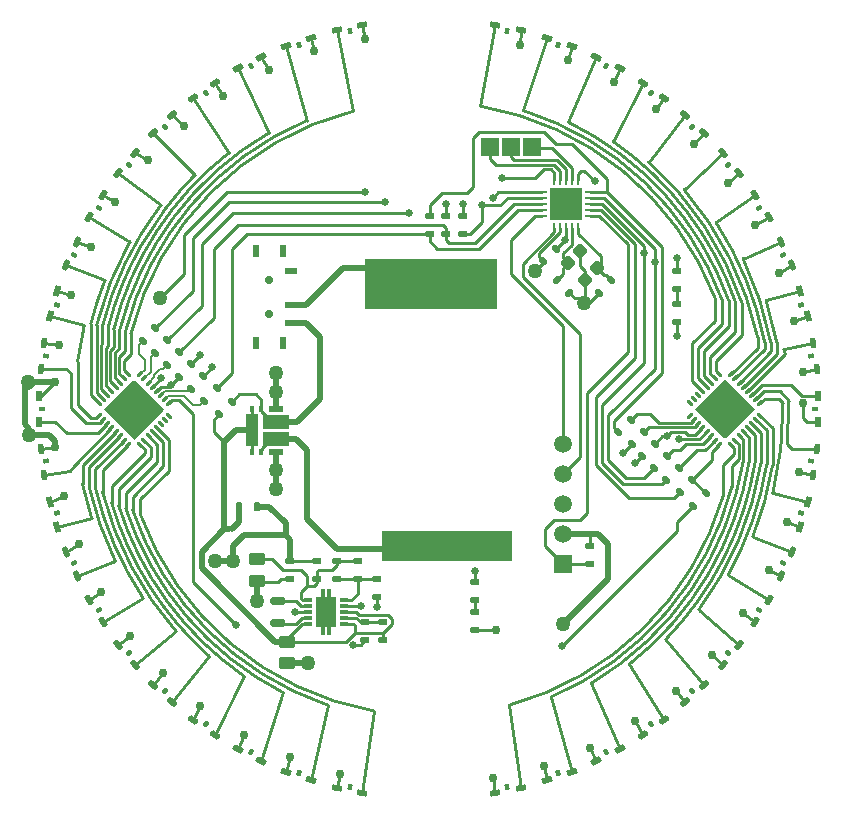
<source format=gtl>
%FSLAX24Y24*%
%MOIN*%
G70*
G01*
G75*
G04 Layer_Physical_Order=1*
G04 Layer_Color=255*
%ADD10C,0.0100*%
%ADD11R,0.0197X0.0433*%
%ADD12R,0.0433X0.0197*%
G04:AMPARAMS|DCode=13|XSize=30mil|YSize=22mil|CornerRadius=5.5mil|HoleSize=0mil|Usage=FLASHONLY|Rotation=180.000|XOffset=0mil|YOffset=0mil|HoleType=Round|Shape=RoundedRectangle|*
%AMROUNDEDRECTD13*
21,1,0.0300,0.0110,0,0,180.0*
21,1,0.0190,0.0220,0,0,180.0*
1,1,0.0110,-0.0095,0.0055*
1,1,0.0110,0.0095,0.0055*
1,1,0.0110,0.0095,-0.0055*
1,1,0.0110,-0.0095,-0.0055*
%
%ADD13ROUNDEDRECTD13*%
G04:AMPARAMS|DCode=14|XSize=55.1mil|YSize=39.4mil|CornerRadius=4.9mil|HoleSize=0mil|Usage=FLASHONLY|Rotation=180.000|XOffset=0mil|YOffset=0mil|HoleType=Round|Shape=RoundedRectangle|*
%AMROUNDEDRECTD14*
21,1,0.0551,0.0295,0,0,180.0*
21,1,0.0453,0.0394,0,0,180.0*
1,1,0.0098,-0.0226,0.0148*
1,1,0.0098,0.0226,0.0148*
1,1,0.0098,0.0226,-0.0148*
1,1,0.0098,-0.0226,-0.0148*
%
%ADD14ROUNDEDRECTD14*%
G04:AMPARAMS|DCode=15|XSize=50mil|YSize=24mil|CornerRadius=6mil|HoleSize=0mil|Usage=FLASHONLY|Rotation=180.000|XOffset=0mil|YOffset=0mil|HoleType=Round|Shape=RoundedRectangle|*
%AMROUNDEDRECTD15*
21,1,0.0500,0.0120,0,0,180.0*
21,1,0.0380,0.0240,0,0,180.0*
1,1,0.0120,-0.0190,0.0060*
1,1,0.0120,0.0190,0.0060*
1,1,0.0120,0.0190,-0.0060*
1,1,0.0120,-0.0190,-0.0060*
%
%ADD15ROUNDEDRECTD15*%
G04:AMPARAMS|DCode=16|XSize=30mil|YSize=22mil|CornerRadius=5.5mil|HoleSize=0mil|Usage=FLASHONLY|Rotation=135.000|XOffset=0mil|YOffset=0mil|HoleType=Round|Shape=RoundedRectangle|*
%AMROUNDEDRECTD16*
21,1,0.0300,0.0110,0,0,135.0*
21,1,0.0190,0.0220,0,0,135.0*
1,1,0.0110,-0.0028,0.0106*
1,1,0.0110,0.0106,-0.0028*
1,1,0.0110,0.0028,-0.0106*
1,1,0.0110,-0.0106,0.0028*
%
%ADD16ROUNDEDRECTD16*%
%ADD17R,0.1102X0.1102*%
%ADD18O,0.0098X0.0354*%
%ADD19O,0.0354X0.0098*%
G04:AMPARAMS|DCode=20|XSize=40mil|YSize=40mil|CornerRadius=10mil|HoleSize=0mil|Usage=FLASHONLY|Rotation=135.000|XOffset=0mil|YOffset=0mil|HoleType=Round|Shape=RoundedRectangle|*
%AMROUNDEDRECTD20*
21,1,0.0400,0.0200,0,0,135.0*
21,1,0.0200,0.0400,0,0,135.0*
1,1,0.0200,0.0000,0.0141*
1,1,0.0200,0.0141,0.0000*
1,1,0.0200,0.0000,-0.0141*
1,1,0.0200,-0.0141,0.0000*
%
%ADD20ROUNDEDRECTD20*%
%ADD21P,0.1893X4X180.0*%
G04:AMPARAMS|DCode=22|XSize=9.8mil|YSize=29.5mil|CornerRadius=0mil|HoleSize=0mil|Usage=FLASHONLY|Rotation=135.000|XOffset=0mil|YOffset=0mil|HoleType=Round|Shape=Round|*
%AMOVALD22*
21,1,0.0197,0.0098,0.0000,0.0000,225.0*
1,1,0.0098,0.0070,0.0070*
1,1,0.0098,-0.0070,-0.0070*
%
%ADD22OVALD22*%

G04:AMPARAMS|DCode=23|XSize=9.8mil|YSize=29.5mil|CornerRadius=0mil|HoleSize=0mil|Usage=FLASHONLY|Rotation=225.000|XOffset=0mil|YOffset=0mil|HoleType=Round|Shape=Round|*
%AMOVALD23*
21,1,0.0197,0.0098,0.0000,0.0000,315.0*
1,1,0.0098,-0.0070,0.0070*
1,1,0.0098,0.0070,-0.0070*
%
%ADD23OVALD23*%

G04:AMPARAMS|DCode=24|XSize=35.4mil|YSize=19.7mil|CornerRadius=2.5mil|HoleSize=0mil|Usage=FLASHONLY|Rotation=170.000|XOffset=0mil|YOffset=0mil|HoleType=Round|Shape=RoundedRectangle|*
%AMROUNDEDRECTD24*
21,1,0.0354,0.0148,0,0,170.0*
21,1,0.0305,0.0197,0,0,170.0*
1,1,0.0049,-0.0137,0.0099*
1,1,0.0049,0.0163,0.0046*
1,1,0.0049,0.0137,-0.0099*
1,1,0.0049,-0.0163,-0.0046*
%
%ADD24ROUNDEDRECTD24*%
G04:AMPARAMS|DCode=25|XSize=15.7mil|YSize=19.7mil|CornerRadius=2mil|HoleSize=0mil|Usage=FLASHONLY|Rotation=170.000|XOffset=0mil|YOffset=0mil|HoleType=Round|Shape=RoundedRectangle|*
%AMROUNDEDRECTD25*
21,1,0.0157,0.0157,0,0,170.0*
21,1,0.0118,0.0197,0,0,170.0*
1,1,0.0039,-0.0044,0.0088*
1,1,0.0039,0.0072,0.0067*
1,1,0.0039,0.0044,-0.0088*
1,1,0.0039,-0.0072,-0.0067*
%
%ADD25ROUNDEDRECTD25*%
G04:AMPARAMS|DCode=26|XSize=35.4mil|YSize=19.7mil|CornerRadius=2.5mil|HoleSize=0mil|Usage=FLASHONLY|Rotation=162.000|XOffset=0mil|YOffset=0mil|HoleType=Round|Shape=RoundedRectangle|*
%AMROUNDEDRECTD26*
21,1,0.0354,0.0148,0,0,162.0*
21,1,0.0305,0.0197,0,0,162.0*
1,1,0.0049,-0.0122,0.0117*
1,1,0.0049,0.0168,0.0023*
1,1,0.0049,0.0122,-0.0117*
1,1,0.0049,-0.0168,-0.0023*
%
%ADD26ROUNDEDRECTD26*%
G04:AMPARAMS|DCode=27|XSize=15.7mil|YSize=19.7mil|CornerRadius=2mil|HoleSize=0mil|Usage=FLASHONLY|Rotation=162.000|XOffset=0mil|YOffset=0mil|HoleType=Round|Shape=RoundedRectangle|*
%AMROUNDEDRECTD27*
21,1,0.0157,0.0157,0,0,162.0*
21,1,0.0118,0.0197,0,0,162.0*
1,1,0.0039,-0.0032,0.0093*
1,1,0.0039,0.0081,0.0057*
1,1,0.0039,0.0032,-0.0093*
1,1,0.0039,-0.0081,-0.0057*
%
%ADD27ROUNDEDRECTD27*%
G04:AMPARAMS|DCode=28|XSize=35.4mil|YSize=19.7mil|CornerRadius=2.5mil|HoleSize=0mil|Usage=FLASHONLY|Rotation=154.000|XOffset=0mil|YOffset=0mil|HoleType=Round|Shape=RoundedRectangle|*
%AMROUNDEDRECTD28*
21,1,0.0354,0.0148,0,0,154.0*
21,1,0.0305,0.0197,0,0,154.0*
1,1,0.0049,-0.0105,0.0133*
1,1,0.0049,0.0169,-0.0001*
1,1,0.0049,0.0105,-0.0133*
1,1,0.0049,-0.0169,0.0001*
%
%ADD28ROUNDEDRECTD28*%
G04:AMPARAMS|DCode=29|XSize=15.7mil|YSize=19.7mil|CornerRadius=2mil|HoleSize=0mil|Usage=FLASHONLY|Rotation=154.000|XOffset=0mil|YOffset=0mil|HoleType=Round|Shape=RoundedRectangle|*
%AMROUNDEDRECTD29*
21,1,0.0157,0.0157,0,0,154.0*
21,1,0.0118,0.0197,0,0,154.0*
1,1,0.0039,-0.0019,0.0097*
1,1,0.0039,0.0088,0.0045*
1,1,0.0039,0.0019,-0.0097*
1,1,0.0039,-0.0088,-0.0045*
%
%ADD29ROUNDEDRECTD29*%
G04:AMPARAMS|DCode=30|XSize=35.4mil|YSize=19.7mil|CornerRadius=2.5mil|HoleSize=0mil|Usage=FLASHONLY|Rotation=146.000|XOffset=0mil|YOffset=0mil|HoleType=Round|Shape=RoundedRectangle|*
%AMROUNDEDRECTD30*
21,1,0.0354,0.0148,0,0,146.0*
21,1,0.0305,0.0197,0,0,146.0*
1,1,0.0049,-0.0085,0.0147*
1,1,0.0049,0.0168,-0.0024*
1,1,0.0049,0.0085,-0.0147*
1,1,0.0049,-0.0168,0.0024*
%
%ADD30ROUNDEDRECTD30*%
G04:AMPARAMS|DCode=31|XSize=15.7mil|YSize=19.7mil|CornerRadius=2mil|HoleSize=0mil|Usage=FLASHONLY|Rotation=146.000|XOffset=0mil|YOffset=0mil|HoleType=Round|Shape=RoundedRectangle|*
%AMROUNDEDRECTD31*
21,1,0.0157,0.0157,0,0,146.0*
21,1,0.0118,0.0197,0,0,146.0*
1,1,0.0039,-0.0005,0.0098*
1,1,0.0039,0.0093,0.0032*
1,1,0.0039,0.0005,-0.0098*
1,1,0.0039,-0.0093,-0.0032*
%
%ADD31ROUNDEDRECTD31*%
G04:AMPARAMS|DCode=32|XSize=35.4mil|YSize=19.7mil|CornerRadius=2.5mil|HoleSize=0mil|Usage=FLASHONLY|Rotation=138.000|XOffset=0mil|YOffset=0mil|HoleType=Round|Shape=RoundedRectangle|*
%AMROUNDEDRECTD32*
21,1,0.0354,0.0148,0,0,138.0*
21,1,0.0305,0.0197,0,0,138.0*
1,1,0.0049,-0.0064,0.0157*
1,1,0.0049,0.0163,-0.0047*
1,1,0.0049,0.0064,-0.0157*
1,1,0.0049,-0.0163,0.0047*
%
%ADD32ROUNDEDRECTD32*%
G04:AMPARAMS|DCode=33|XSize=15.7mil|YSize=19.7mil|CornerRadius=2mil|HoleSize=0mil|Usage=FLASHONLY|Rotation=138.000|XOffset=0mil|YOffset=0mil|HoleType=Round|Shape=RoundedRectangle|*
%AMROUNDEDRECTD33*
21,1,0.0157,0.0157,0,0,138.0*
21,1,0.0118,0.0197,0,0,138.0*
1,1,0.0039,0.0009,0.0098*
1,1,0.0039,0.0097,0.0019*
1,1,0.0039,-0.0009,-0.0098*
1,1,0.0039,-0.0097,-0.0019*
%
%ADD33ROUNDEDRECTD33*%
G04:AMPARAMS|DCode=34|XSize=35.4mil|YSize=19.7mil|CornerRadius=2.5mil|HoleSize=0mil|Usage=FLASHONLY|Rotation=130.000|XOffset=0mil|YOffset=0mil|HoleType=Round|Shape=RoundedRectangle|*
%AMROUNDEDRECTD34*
21,1,0.0354,0.0148,0,0,130.0*
21,1,0.0305,0.0197,0,0,130.0*
1,1,0.0049,-0.0042,0.0164*
1,1,0.0049,0.0155,-0.0069*
1,1,0.0049,0.0042,-0.0164*
1,1,0.0049,-0.0155,0.0069*
%
%ADD34ROUNDEDRECTD34*%
G04:AMPARAMS|DCode=35|XSize=15.7mil|YSize=19.7mil|CornerRadius=2mil|HoleSize=0mil|Usage=FLASHONLY|Rotation=130.000|XOffset=0mil|YOffset=0mil|HoleType=Round|Shape=RoundedRectangle|*
%AMROUNDEDRECTD35*
21,1,0.0157,0.0157,0,0,130.0*
21,1,0.0118,0.0197,0,0,130.0*
1,1,0.0039,0.0022,0.0096*
1,1,0.0039,0.0098,0.0005*
1,1,0.0039,-0.0022,-0.0096*
1,1,0.0039,-0.0098,-0.0005*
%
%ADD35ROUNDEDRECTD35*%
G04:AMPARAMS|DCode=36|XSize=35.4mil|YSize=19.7mil|CornerRadius=2.5mil|HoleSize=0mil|Usage=FLASHONLY|Rotation=122.000|XOffset=0mil|YOffset=0mil|HoleType=Round|Shape=RoundedRectangle|*
%AMROUNDEDRECTD36*
21,1,0.0354,0.0148,0,0,122.0*
21,1,0.0305,0.0197,0,0,122.0*
1,1,0.0049,-0.0018,0.0169*
1,1,0.0049,0.0143,-0.0090*
1,1,0.0049,0.0018,-0.0169*
1,1,0.0049,-0.0143,0.0090*
%
%ADD36ROUNDEDRECTD36*%
G04:AMPARAMS|DCode=37|XSize=15.7mil|YSize=19.7mil|CornerRadius=2mil|HoleSize=0mil|Usage=FLASHONLY|Rotation=122.000|XOffset=0mil|YOffset=0mil|HoleType=Round|Shape=RoundedRectangle|*
%AMROUNDEDRECTD37*
21,1,0.0157,0.0157,0,0,122.0*
21,1,0.0118,0.0197,0,0,122.0*
1,1,0.0039,0.0035,0.0092*
1,1,0.0039,0.0098,-0.0008*
1,1,0.0039,-0.0035,-0.0092*
1,1,0.0039,-0.0098,0.0008*
%
%ADD37ROUNDEDRECTD37*%
G04:AMPARAMS|DCode=38|XSize=35.4mil|YSize=19.7mil|CornerRadius=2.5mil|HoleSize=0mil|Usage=FLASHONLY|Rotation=114.000|XOffset=0mil|YOffset=0mil|HoleType=Round|Shape=RoundedRectangle|*
%AMROUNDEDRECTD38*
21,1,0.0354,0.0148,0,0,114.0*
21,1,0.0305,0.0197,0,0,114.0*
1,1,0.0049,0.0005,0.0169*
1,1,0.0049,0.0129,-0.0109*
1,1,0.0049,-0.0005,-0.0169*
1,1,0.0049,-0.0129,0.0109*
%
%ADD38ROUNDEDRECTD38*%
G04:AMPARAMS|DCode=39|XSize=15.7mil|YSize=19.7mil|CornerRadius=2mil|HoleSize=0mil|Usage=FLASHONLY|Rotation=114.000|XOffset=0mil|YOffset=0mil|HoleType=Round|Shape=RoundedRectangle|*
%AMROUNDEDRECTD39*
21,1,0.0157,0.0157,0,0,114.0*
21,1,0.0118,0.0197,0,0,114.0*
1,1,0.0039,0.0048,0.0086*
1,1,0.0039,0.0096,-0.0022*
1,1,0.0039,-0.0048,-0.0086*
1,1,0.0039,-0.0096,0.0022*
%
%ADD39ROUNDEDRECTD39*%
G04:AMPARAMS|DCode=40|XSize=35.4mil|YSize=19.7mil|CornerRadius=2.5mil|HoleSize=0mil|Usage=FLASHONLY|Rotation=106.000|XOffset=0mil|YOffset=0mil|HoleType=Round|Shape=RoundedRectangle|*
%AMROUNDEDRECTD40*
21,1,0.0354,0.0148,0,0,106.0*
21,1,0.0305,0.0197,0,0,106.0*
1,1,0.0049,0.0029,0.0167*
1,1,0.0049,0.0113,-0.0126*
1,1,0.0049,-0.0029,-0.0167*
1,1,0.0049,-0.0113,0.0126*
%
%ADD40ROUNDEDRECTD40*%
G04:AMPARAMS|DCode=41|XSize=15.7mil|YSize=19.7mil|CornerRadius=2mil|HoleSize=0mil|Usage=FLASHONLY|Rotation=106.000|XOffset=0mil|YOffset=0mil|HoleType=Round|Shape=RoundedRectangle|*
%AMROUNDEDRECTD41*
21,1,0.0157,0.0157,0,0,106.0*
21,1,0.0118,0.0197,0,0,106.0*
1,1,0.0039,0.0059,0.0078*
1,1,0.0039,0.0092,-0.0035*
1,1,0.0039,-0.0059,-0.0078*
1,1,0.0039,-0.0092,0.0035*
%
%ADD41ROUNDEDRECTD41*%
G04:AMPARAMS|DCode=42|XSize=35.4mil|YSize=19.7mil|CornerRadius=2.5mil|HoleSize=0mil|Usage=FLASHONLY|Rotation=98.000|XOffset=0mil|YOffset=0mil|HoleType=Round|Shape=RoundedRectangle|*
%AMROUNDEDRECTD42*
21,1,0.0354,0.0148,0,0,98.0*
21,1,0.0305,0.0197,0,0,98.0*
1,1,0.0049,0.0052,0.0161*
1,1,0.0049,0.0094,-0.0141*
1,1,0.0049,-0.0052,-0.0161*
1,1,0.0049,-0.0094,0.0141*
%
%ADD42ROUNDEDRECTD42*%
G04:AMPARAMS|DCode=43|XSize=15.7mil|YSize=19.7mil|CornerRadius=2mil|HoleSize=0mil|Usage=FLASHONLY|Rotation=98.000|XOffset=0mil|YOffset=0mil|HoleType=Round|Shape=RoundedRectangle|*
%AMROUNDEDRECTD43*
21,1,0.0157,0.0157,0,0,98.0*
21,1,0.0118,0.0197,0,0,98.0*
1,1,0.0039,0.0070,0.0069*
1,1,0.0039,0.0086,-0.0048*
1,1,0.0039,-0.0070,-0.0069*
1,1,0.0039,-0.0086,0.0048*
%
%ADD43ROUNDEDRECTD43*%
G04:AMPARAMS|DCode=44|XSize=35.4mil|YSize=19.7mil|CornerRadius=2.5mil|HoleSize=0mil|Usage=FLASHONLY|Rotation=10.000|XOffset=0mil|YOffset=0mil|HoleType=Round|Shape=RoundedRectangle|*
%AMROUNDEDRECTD44*
21,1,0.0354,0.0148,0,0,10.0*
21,1,0.0305,0.0197,0,0,10.0*
1,1,0.0049,0.0163,-0.0046*
1,1,0.0049,-0.0137,-0.0099*
1,1,0.0049,-0.0163,0.0046*
1,1,0.0049,0.0137,0.0099*
%
%ADD44ROUNDEDRECTD44*%
G04:AMPARAMS|DCode=45|XSize=15.7mil|YSize=19.7mil|CornerRadius=2mil|HoleSize=0mil|Usage=FLASHONLY|Rotation=10.000|XOffset=0mil|YOffset=0mil|HoleType=Round|Shape=RoundedRectangle|*
%AMROUNDEDRECTD45*
21,1,0.0157,0.0157,0,0,10.0*
21,1,0.0118,0.0197,0,0,10.0*
1,1,0.0039,0.0072,-0.0067*
1,1,0.0039,-0.0044,-0.0088*
1,1,0.0039,-0.0072,0.0067*
1,1,0.0039,0.0044,0.0088*
%
%ADD45ROUNDEDRECTD45*%
G04:AMPARAMS|DCode=46|XSize=35.4mil|YSize=19.7mil|CornerRadius=2.5mil|HoleSize=0mil|Usage=FLASHONLY|Rotation=18.000|XOffset=0mil|YOffset=0mil|HoleType=Round|Shape=RoundedRectangle|*
%AMROUNDEDRECTD46*
21,1,0.0354,0.0148,0,0,18.0*
21,1,0.0305,0.0197,0,0,18.0*
1,1,0.0049,0.0168,-0.0023*
1,1,0.0049,-0.0122,-0.0117*
1,1,0.0049,-0.0168,0.0023*
1,1,0.0049,0.0122,0.0117*
%
%ADD46ROUNDEDRECTD46*%
G04:AMPARAMS|DCode=47|XSize=15.7mil|YSize=19.7mil|CornerRadius=2mil|HoleSize=0mil|Usage=FLASHONLY|Rotation=18.000|XOffset=0mil|YOffset=0mil|HoleType=Round|Shape=RoundedRectangle|*
%AMROUNDEDRECTD47*
21,1,0.0157,0.0157,0,0,18.0*
21,1,0.0118,0.0197,0,0,18.0*
1,1,0.0039,0.0081,-0.0057*
1,1,0.0039,-0.0032,-0.0093*
1,1,0.0039,-0.0081,0.0057*
1,1,0.0039,0.0032,0.0093*
%
%ADD47ROUNDEDRECTD47*%
G04:AMPARAMS|DCode=48|XSize=35.4mil|YSize=19.7mil|CornerRadius=2.5mil|HoleSize=0mil|Usage=FLASHONLY|Rotation=26.000|XOffset=0mil|YOffset=0mil|HoleType=Round|Shape=RoundedRectangle|*
%AMROUNDEDRECTD48*
21,1,0.0354,0.0148,0,0,26.0*
21,1,0.0305,0.0197,0,0,26.0*
1,1,0.0049,0.0169,0.0001*
1,1,0.0049,-0.0105,-0.0133*
1,1,0.0049,-0.0169,-0.0001*
1,1,0.0049,0.0105,0.0133*
%
%ADD48ROUNDEDRECTD48*%
G04:AMPARAMS|DCode=49|XSize=15.7mil|YSize=19.7mil|CornerRadius=2mil|HoleSize=0mil|Usage=FLASHONLY|Rotation=26.000|XOffset=0mil|YOffset=0mil|HoleType=Round|Shape=RoundedRectangle|*
%AMROUNDEDRECTD49*
21,1,0.0157,0.0157,0,0,26.0*
21,1,0.0118,0.0197,0,0,26.0*
1,1,0.0039,0.0088,-0.0045*
1,1,0.0039,-0.0019,-0.0097*
1,1,0.0039,-0.0088,0.0045*
1,1,0.0039,0.0019,0.0097*
%
%ADD49ROUNDEDRECTD49*%
G04:AMPARAMS|DCode=50|XSize=35.4mil|YSize=19.7mil|CornerRadius=2.5mil|HoleSize=0mil|Usage=FLASHONLY|Rotation=34.000|XOffset=0mil|YOffset=0mil|HoleType=Round|Shape=RoundedRectangle|*
%AMROUNDEDRECTD50*
21,1,0.0354,0.0148,0,0,34.0*
21,1,0.0305,0.0197,0,0,34.0*
1,1,0.0049,0.0168,0.0024*
1,1,0.0049,-0.0085,-0.0147*
1,1,0.0049,-0.0168,-0.0024*
1,1,0.0049,0.0085,0.0147*
%
%ADD50ROUNDEDRECTD50*%
G04:AMPARAMS|DCode=51|XSize=15.7mil|YSize=19.7mil|CornerRadius=2mil|HoleSize=0mil|Usage=FLASHONLY|Rotation=34.000|XOffset=0mil|YOffset=0mil|HoleType=Round|Shape=RoundedRectangle|*
%AMROUNDEDRECTD51*
21,1,0.0157,0.0157,0,0,34.0*
21,1,0.0118,0.0197,0,0,34.0*
1,1,0.0039,0.0093,-0.0032*
1,1,0.0039,-0.0005,-0.0098*
1,1,0.0039,-0.0093,0.0032*
1,1,0.0039,0.0005,0.0098*
%
%ADD51ROUNDEDRECTD51*%
G04:AMPARAMS|DCode=52|XSize=35.4mil|YSize=19.7mil|CornerRadius=2.5mil|HoleSize=0mil|Usage=FLASHONLY|Rotation=42.000|XOffset=0mil|YOffset=0mil|HoleType=Round|Shape=RoundedRectangle|*
%AMROUNDEDRECTD52*
21,1,0.0354,0.0148,0,0,42.0*
21,1,0.0305,0.0197,0,0,42.0*
1,1,0.0049,0.0163,0.0047*
1,1,0.0049,-0.0064,-0.0157*
1,1,0.0049,-0.0163,-0.0047*
1,1,0.0049,0.0064,0.0157*
%
%ADD52ROUNDEDRECTD52*%
G04:AMPARAMS|DCode=53|XSize=15.7mil|YSize=19.7mil|CornerRadius=2mil|HoleSize=0mil|Usage=FLASHONLY|Rotation=42.000|XOffset=0mil|YOffset=0mil|HoleType=Round|Shape=RoundedRectangle|*
%AMROUNDEDRECTD53*
21,1,0.0157,0.0157,0,0,42.0*
21,1,0.0118,0.0197,0,0,42.0*
1,1,0.0039,0.0097,-0.0019*
1,1,0.0039,0.0009,-0.0098*
1,1,0.0039,-0.0097,0.0019*
1,1,0.0039,-0.0009,0.0098*
%
%ADD53ROUNDEDRECTD53*%
G04:AMPARAMS|DCode=54|XSize=35.4mil|YSize=19.7mil|CornerRadius=2.5mil|HoleSize=0mil|Usage=FLASHONLY|Rotation=50.000|XOffset=0mil|YOffset=0mil|HoleType=Round|Shape=RoundedRectangle|*
%AMROUNDEDRECTD54*
21,1,0.0354,0.0148,0,0,50.0*
21,1,0.0305,0.0197,0,0,50.0*
1,1,0.0049,0.0155,0.0069*
1,1,0.0049,-0.0042,-0.0164*
1,1,0.0049,-0.0155,-0.0069*
1,1,0.0049,0.0042,0.0164*
%
%ADD54ROUNDEDRECTD54*%
G04:AMPARAMS|DCode=55|XSize=15.7mil|YSize=19.7mil|CornerRadius=2mil|HoleSize=0mil|Usage=FLASHONLY|Rotation=50.000|XOffset=0mil|YOffset=0mil|HoleType=Round|Shape=RoundedRectangle|*
%AMROUNDEDRECTD55*
21,1,0.0157,0.0157,0,0,50.0*
21,1,0.0118,0.0197,0,0,50.0*
1,1,0.0039,0.0098,-0.0005*
1,1,0.0039,0.0022,-0.0096*
1,1,0.0039,-0.0098,0.0005*
1,1,0.0039,-0.0022,0.0096*
%
%ADD55ROUNDEDRECTD55*%
G04:AMPARAMS|DCode=56|XSize=35.4mil|YSize=19.7mil|CornerRadius=2.5mil|HoleSize=0mil|Usage=FLASHONLY|Rotation=58.000|XOffset=0mil|YOffset=0mil|HoleType=Round|Shape=RoundedRectangle|*
%AMROUNDEDRECTD56*
21,1,0.0354,0.0148,0,0,58.0*
21,1,0.0305,0.0197,0,0,58.0*
1,1,0.0049,0.0143,0.0090*
1,1,0.0049,-0.0018,-0.0169*
1,1,0.0049,-0.0143,-0.0090*
1,1,0.0049,0.0018,0.0169*
%
%ADD56ROUNDEDRECTD56*%
G04:AMPARAMS|DCode=57|XSize=15.7mil|YSize=19.7mil|CornerRadius=2mil|HoleSize=0mil|Usage=FLASHONLY|Rotation=58.000|XOffset=0mil|YOffset=0mil|HoleType=Round|Shape=RoundedRectangle|*
%AMROUNDEDRECTD57*
21,1,0.0157,0.0157,0,0,58.0*
21,1,0.0118,0.0197,0,0,58.0*
1,1,0.0039,0.0098,0.0008*
1,1,0.0039,0.0035,-0.0092*
1,1,0.0039,-0.0098,-0.0008*
1,1,0.0039,-0.0035,0.0092*
%
%ADD57ROUNDEDRECTD57*%
G04:AMPARAMS|DCode=58|XSize=35.4mil|YSize=19.7mil|CornerRadius=2.5mil|HoleSize=0mil|Usage=FLASHONLY|Rotation=66.000|XOffset=0mil|YOffset=0mil|HoleType=Round|Shape=RoundedRectangle|*
%AMROUNDEDRECTD58*
21,1,0.0354,0.0148,0,0,66.0*
21,1,0.0305,0.0197,0,0,66.0*
1,1,0.0049,0.0129,0.0109*
1,1,0.0049,0.0005,-0.0169*
1,1,0.0049,-0.0129,-0.0109*
1,1,0.0049,-0.0005,0.0169*
%
%ADD58ROUNDEDRECTD58*%
G04:AMPARAMS|DCode=59|XSize=15.7mil|YSize=19.7mil|CornerRadius=2mil|HoleSize=0mil|Usage=FLASHONLY|Rotation=66.000|XOffset=0mil|YOffset=0mil|HoleType=Round|Shape=RoundedRectangle|*
%AMROUNDEDRECTD59*
21,1,0.0157,0.0157,0,0,66.0*
21,1,0.0118,0.0197,0,0,66.0*
1,1,0.0039,0.0096,0.0022*
1,1,0.0039,0.0048,-0.0086*
1,1,0.0039,-0.0096,-0.0022*
1,1,0.0039,-0.0048,0.0086*
%
%ADD59ROUNDEDRECTD59*%
G04:AMPARAMS|DCode=60|XSize=35.4mil|YSize=19.7mil|CornerRadius=2.5mil|HoleSize=0mil|Usage=FLASHONLY|Rotation=74.000|XOffset=0mil|YOffset=0mil|HoleType=Round|Shape=RoundedRectangle|*
%AMROUNDEDRECTD60*
21,1,0.0354,0.0148,0,0,74.0*
21,1,0.0305,0.0197,0,0,74.0*
1,1,0.0049,0.0113,0.0126*
1,1,0.0049,0.0029,-0.0167*
1,1,0.0049,-0.0113,-0.0126*
1,1,0.0049,-0.0029,0.0167*
%
%ADD60ROUNDEDRECTD60*%
G04:AMPARAMS|DCode=61|XSize=15.7mil|YSize=19.7mil|CornerRadius=2mil|HoleSize=0mil|Usage=FLASHONLY|Rotation=74.000|XOffset=0mil|YOffset=0mil|HoleType=Round|Shape=RoundedRectangle|*
%AMROUNDEDRECTD61*
21,1,0.0157,0.0157,0,0,74.0*
21,1,0.0118,0.0197,0,0,74.0*
1,1,0.0039,0.0092,0.0035*
1,1,0.0039,0.0059,-0.0078*
1,1,0.0039,-0.0092,-0.0035*
1,1,0.0039,-0.0059,0.0078*
%
%ADD61ROUNDEDRECTD61*%
G04:AMPARAMS|DCode=62|XSize=35.4mil|YSize=19.7mil|CornerRadius=2.5mil|HoleSize=0mil|Usage=FLASHONLY|Rotation=82.000|XOffset=0mil|YOffset=0mil|HoleType=Round|Shape=RoundedRectangle|*
%AMROUNDEDRECTD62*
21,1,0.0354,0.0148,0,0,82.0*
21,1,0.0305,0.0197,0,0,82.0*
1,1,0.0049,0.0094,0.0141*
1,1,0.0049,0.0052,-0.0161*
1,1,0.0049,-0.0094,-0.0141*
1,1,0.0049,-0.0052,0.0161*
%
%ADD62ROUNDEDRECTD62*%
G04:AMPARAMS|DCode=63|XSize=15.7mil|YSize=19.7mil|CornerRadius=2mil|HoleSize=0mil|Usage=FLASHONLY|Rotation=82.000|XOffset=0mil|YOffset=0mil|HoleType=Round|Shape=RoundedRectangle|*
%AMROUNDEDRECTD63*
21,1,0.0157,0.0157,0,0,82.0*
21,1,0.0118,0.0197,0,0,82.0*
1,1,0.0039,0.0086,0.0048*
1,1,0.0039,0.0070,-0.0069*
1,1,0.0039,-0.0086,-0.0048*
1,1,0.0039,-0.0070,0.0069*
%
%ADD63ROUNDEDRECTD63*%
G04:AMPARAMS|DCode=64|XSize=35.4mil|YSize=19.7mil|CornerRadius=2.5mil|HoleSize=0mil|Usage=FLASHONLY|Rotation=90.000|XOffset=0mil|YOffset=0mil|HoleType=Round|Shape=RoundedRectangle|*
%AMROUNDEDRECTD64*
21,1,0.0354,0.0148,0,0,90.0*
21,1,0.0305,0.0197,0,0,90.0*
1,1,0.0049,0.0074,0.0153*
1,1,0.0049,0.0074,-0.0153*
1,1,0.0049,-0.0074,-0.0153*
1,1,0.0049,-0.0074,0.0153*
%
%ADD64ROUNDEDRECTD64*%
G04:AMPARAMS|DCode=65|XSize=15.7mil|YSize=19.7mil|CornerRadius=2mil|HoleSize=0mil|Usage=FLASHONLY|Rotation=90.000|XOffset=0mil|YOffset=0mil|HoleType=Round|Shape=RoundedRectangle|*
%AMROUNDEDRECTD65*
21,1,0.0157,0.0157,0,0,90.0*
21,1,0.0118,0.0197,0,0,90.0*
1,1,0.0039,0.0079,0.0059*
1,1,0.0039,0.0079,-0.0059*
1,1,0.0039,-0.0079,-0.0059*
1,1,0.0039,-0.0079,0.0059*
%
%ADD65ROUNDEDRECTD65*%
%ADD66R,0.0886X0.0472*%
%ADD67R,0.0433X0.1063*%
%ADD68R,0.0138X0.0236*%
%ADD69R,0.0453X0.0236*%
G04:AMPARAMS|DCode=70|XSize=30mil|YSize=22mil|CornerRadius=5.5mil|HoleSize=0mil|Usage=FLASHONLY|Rotation=225.000|XOffset=0mil|YOffset=0mil|HoleType=Round|Shape=RoundedRectangle|*
%AMROUNDEDRECTD70*
21,1,0.0300,0.0110,0,0,225.0*
21,1,0.0190,0.0220,0,0,225.0*
1,1,0.0110,-0.0106,-0.0028*
1,1,0.0110,0.0028,0.0106*
1,1,0.0110,0.0106,0.0028*
1,1,0.0110,-0.0028,-0.0106*
%
%ADD70ROUNDEDRECTD70*%
%ADD71R,0.0256X0.0118*%
%ADD72R,0.0689X0.0984*%
%ADD73R,0.0118X0.0256*%
G04:AMPARAMS|DCode=74|XSize=30mil|YSize=22mil|CornerRadius=5.5mil|HoleSize=0mil|Usage=FLASHONLY|Rotation=270.000|XOffset=0mil|YOffset=0mil|HoleType=Round|Shape=RoundedRectangle|*
%AMROUNDEDRECTD74*
21,1,0.0300,0.0110,0,0,270.0*
21,1,0.0190,0.0220,0,0,270.0*
1,1,0.0110,-0.0055,-0.0095*
1,1,0.0110,-0.0055,0.0095*
1,1,0.0110,0.0055,0.0095*
1,1,0.0110,0.0055,-0.0095*
%
%ADD74ROUNDEDRECTD74*%
%ADD75C,0.0200*%
%ADD76C,0.0080*%
%ADD77R,0.4350X0.1000*%
%ADD78R,0.4400X0.1650*%
%ADD79C,0.0276*%
%ADD80R,0.0591X0.0591*%
%ADD81R,0.0591X0.0591*%
%ADD82C,0.0591*%
%ADD83C,0.0250*%
%ADD84C,0.0260*%
%ADD85C,0.0157*%
%ADD86C,0.0300*%
%ADD87C,0.0500*%
%ADD88C,0.0197*%
G36*
X50197Y39406D02*
X50252Y39350D01*
X49306Y38403D01*
X49306D01*
X49306D01*
X49194D01*
X48303Y39294D01*
X48248Y39350D01*
X48248Y39350D01*
X48303Y39406D01*
X49194Y40297D01*
X49250Y40352D01*
X50197Y39406D01*
D02*
G37*
G36*
X30497D02*
D01*
X30552Y39350D01*
X30552Y39350D01*
X30497Y39294D01*
D01*
X29606Y38403D01*
X29550Y38348D01*
X28603Y39294D01*
X28548Y39350D01*
X29494Y40297D01*
X29494D01*
X29494D01*
X29606D01*
X30497Y39406D01*
D02*
G37*
%LPC*%
G36*
X49250Y40241D02*
X48359Y39350D01*
X49250Y38459D01*
X50141Y39350D01*
X49250Y40241D01*
D02*
G37*
G36*
X29550Y40241D02*
X28659Y39350D01*
X29550Y38459D01*
X30441Y39350D01*
X29550Y40241D01*
D02*
G37*
%LPD*%
D10*
X36852Y49292D02*
G03*
X29443Y41865I2518J-9922D01*
G01*
X35308Y48980D02*
G03*
X29252Y41913I4062J-9610D01*
G01*
X34062Y48580D02*
G03*
X29061Y41961I5308J-9210D01*
G01*
X32701Y47899D02*
G03*
X28870Y42009I6669J-8529D01*
G01*
X31580Y47170D02*
G03*
X28679Y42057I7790J-7800D01*
G01*
X30437Y46160D02*
G03*
X28488Y42105I8933J-6790D01*
G01*
X29407Y44946D02*
G03*
X28297Y42153I9963J-5576D01*
G01*
X28577Y43659D02*
G03*
X28106Y42201I10793J-4289D01*
G01*
X27891Y42152D02*
G03*
X27665Y40948I11479J-2782D01*
G01*
X27830Y36856D02*
G03*
X28130Y35743I11540J2514D01*
G01*
X28055Y36751D02*
G03*
X28917Y34308I11315J2619D01*
G01*
X28257Y36752D02*
G03*
X29851Y33067I11113J2618D01*
G01*
X28497Y36599D02*
G03*
X30952Y31952I10873J2771D01*
G01*
X28797Y36249D02*
G03*
X32039Y31138I10573J3121D01*
G01*
X29035Y36145D02*
G03*
X33211Y30466I10335J3225D01*
G01*
X29270Y36056D02*
G03*
X34509Y29917I10100J3314D01*
G01*
X29497Y35999D02*
G03*
X35999Y29497I9873J3371D01*
G01*
X29751Y35869D02*
G03*
X37549Y29297I9619J3501D01*
G01*
X51321Y38198D02*
G03*
X51375Y39649I-11951J1172D01*
G01*
X50840Y36552D02*
G03*
X51180Y39550I-11470J2818D01*
G01*
X50175Y35110D02*
G03*
X50831Y37489I-10805J4260D01*
G01*
X49361Y33844D02*
G03*
X50637Y37521I-9991J5526D01*
G01*
X48378Y32680D02*
G03*
X50442Y37553I-9008J6691D01*
G01*
X47269Y31680D02*
G03*
X50248Y37585I-7899J7690D01*
G01*
X46050Y30850D02*
G03*
X50054Y37617I-6680J8520D01*
G01*
X44786Y30223D02*
G03*
X49860Y37649I-5416J9147D01*
G01*
X43444Y29765D02*
G03*
X49477Y36780I-4074J9605D01*
G01*
X42052Y29492D02*
G03*
X49183Y36455I-2682J9879D01*
G01*
X51230Y41247D02*
G03*
X51213Y41352I-11860J-1877D01*
G01*
X50331Y41767D02*
G03*
X47884Y46679I-10961J-2397D01*
G01*
X49827Y42859D02*
G03*
X46702Y47602I-10457J-3489D01*
G01*
X49585Y42959D02*
G03*
X45521Y48280I-10214J-3589D01*
G01*
X49366Y42988D02*
G03*
X44015Y48931I-9995J-3617D01*
G01*
X49151Y43000D02*
G03*
X42521Y49316I-9781J-3630D01*
G01*
X48915Y43067D02*
G03*
X41093Y49460I-9545J-3697D01*
G01*
X50970Y41594D02*
G03*
X50613Y42988I-11600J-2224D01*
G01*
X50769Y41594D02*
G03*
X49851Y44374I-11399J-2224D01*
G01*
X50567Y41603D02*
G03*
X48941Y45594I-11197J-2233D01*
G01*
X51321Y38198D02*
X51489Y38030D01*
X47650Y41800D02*
Y42250D01*
Y42850D02*
Y43350D01*
Y43950D02*
Y44400D01*
X45097Y46003D02*
X46250Y44850D01*
X44950Y37500D02*
X46050Y36400D01*
X47550D01*
X47738Y36588D01*
X45150Y46200D02*
X46550Y44800D01*
X45150Y37550D02*
X45850Y36850D01*
X47150D01*
X47288Y36988D01*
X44757Y46397D02*
X45203D01*
X45350Y37650D02*
X45950Y37050D01*
X46550D01*
X46888Y37388D01*
X47650Y35600D02*
X48188Y36138D01*
X45306Y46594D02*
Y47044D01*
X45157Y46594D02*
X45306D01*
X44757D02*
X45157D01*
X45550Y38950D02*
X47150Y40550D01*
X45550Y38726D02*
Y38950D01*
Y38726D02*
X45688Y38588D01*
X44400Y35650D02*
X44650Y35900D01*
X46912Y38212D02*
X47150Y38450D01*
X47300D01*
X47450Y38600D01*
X48162Y37012D02*
X48612Y36562D01*
X48162Y37012D02*
X48800Y37650D01*
Y37926D01*
X46112Y39012D02*
X46300Y39200D01*
X46750D01*
X47050Y38900D01*
X48104D01*
X48213Y39009D01*
X46562Y38612D02*
X46700Y38750D01*
X46874D01*
X47900Y38600D02*
X48000Y38500D01*
X47450Y38600D02*
X47900D01*
X48261Y38500D02*
X48491Y38731D01*
X48000Y38500D02*
X48261D01*
X48389Y38350D02*
X48631Y38591D01*
X47700Y38350D02*
X48389D01*
X47312Y37812D02*
X47500Y38000D01*
X47624D01*
X47750D01*
X47950Y38200D01*
X48518D01*
X46874Y38750D02*
X48232D01*
X48352Y38870D01*
X48518Y38200D02*
X48770Y38452D01*
X47712Y37412D02*
X48300Y38000D01*
X48596D01*
X48909Y38313D01*
X48800Y37926D02*
X49048Y38174D01*
X44958Y51095D02*
X45050Y51003D01*
X43309Y51746D02*
X43350Y51705D01*
X36300Y26725D02*
X36400Y27200D01*
X34607Y27262D02*
X34750Y27750D01*
X33004Y28024D02*
X33200Y28500D01*
X31519Y28998D02*
X31750Y29450D01*
X30181Y30165D02*
X30500Y30550D01*
X29014Y31503D02*
X29400Y31800D01*
X28040Y32987D02*
X28450Y33250D01*
X27277Y34590D02*
X27700Y34850D01*
X26740Y36281D02*
X27200Y36450D01*
X26439Y38030D02*
X26915Y38096D01*
X26559Y37172D02*
X27418Y37311D01*
X34265Y38355D02*
X34270Y38350D01*
X34226Y38355D02*
X34265D01*
X34055Y38945D02*
X34265D01*
X33793Y39293D02*
X33943Y39143D01*
X33900Y39100D02*
X34055Y38945D01*
X33800Y38000D02*
Y38050D01*
X34233Y38483D01*
X35156Y32206D02*
X35340D01*
X35147Y32403D02*
X35340D01*
X36350Y33700D02*
X37000D01*
X36560Y32994D02*
X36794D01*
X37000Y33200D01*
X32254Y34304D02*
X32259Y34300D01*
X33478Y38650D02*
Y39378D01*
X33478Y38650D02*
X33478Y38650D01*
X33478Y37922D02*
Y38650D01*
X43556Y45256D02*
Y45393D01*
X42906Y45806D02*
X43143D01*
X43850Y37200D02*
X44400Y37750D01*
X44757Y45806D02*
X45044D01*
X44757Y46003D02*
X45097D01*
X44757Y46200D02*
X45150D01*
X45306Y46594D02*
X47150Y44750D01*
X42100Y45000D02*
X42906Y45806D01*
X44344Y45206D02*
Y45393D01*
Y45206D02*
X45100Y44450D01*
Y44198D02*
Y44450D01*
X44974Y44072D02*
X45100Y44198D01*
X44147Y44847D02*
Y45393D01*
X43850Y44550D02*
X44147Y44847D01*
X43850Y44404D02*
Y44550D01*
Y44404D02*
X44026Y44228D01*
X43950Y45050D02*
Y45393D01*
X42100Y43876D02*
X43850Y42126D01*
Y38200D02*
Y42126D01*
X42100Y43876D02*
Y45000D01*
X42500Y44200D02*
X43556Y45256D01*
X43753Y45253D02*
Y45393D01*
X43050Y44550D02*
X43753Y45253D01*
X43050Y44426D02*
Y44550D01*
Y44426D02*
X43188Y44288D01*
Y44238D02*
Y44288D01*
X42900Y43950D02*
X43188Y44238D01*
X44062Y43238D02*
X44250Y43050D01*
X44400D01*
X44700Y42900D02*
X45038Y43238D01*
X44578Y42928D02*
Y43676D01*
X44400Y43050D02*
X44550Y42900D01*
X44700D01*
X44422Y44128D02*
Y44624D01*
Y44128D02*
X44578Y43972D01*
Y43676D02*
Y43972D01*
X43850Y44052D02*
X44026Y44228D01*
X43850Y43874D02*
Y44052D01*
X43638Y43662D02*
X43850Y43874D01*
X44974Y44072D02*
X45209Y43837D01*
X45287D01*
X45462Y43662D01*
X26378Y38937D02*
X26913D01*
X51797Y39803D02*
X52362D01*
X31200Y43850D02*
Y45150D01*
X26378Y39803D02*
X26453D01*
X26900Y40250D01*
X34450Y33700D02*
X34750D01*
X34346Y33596D02*
X34450Y33700D01*
X39400Y44950D02*
X39650Y44700D01*
X39400Y44950D02*
Y45200D01*
X41050Y44700D02*
X42353Y46003D01*
X43143D01*
X40900Y44900D02*
X42200Y46200D01*
X43143D01*
X39400Y45800D02*
Y46150D01*
X45044Y45806D02*
X46000Y44850D01*
X47150Y40550D02*
Y44750D01*
X45203Y46397D02*
X46900Y44700D01*
X39650D02*
X41050D01*
X46550Y44550D02*
Y44800D01*
X39400Y46150D02*
X39800Y46550D01*
X40650D01*
X40050Y44900D02*
X40900D01*
X39850Y45500D02*
X39950Y45400D01*
Y45200D02*
Y45400D01*
Y45000D02*
X40050Y44900D01*
X39950Y45000D02*
Y45200D01*
Y45800D02*
Y46200D01*
X46900Y44250D02*
Y44700D01*
X40500Y45800D02*
Y46200D01*
X40600Y45200D02*
X40750D01*
X41997Y46397D02*
X43143D01*
X32800Y40550D02*
Y44700D01*
X33300Y45200D01*
X39400D01*
X32200Y42400D02*
Y44700D01*
X33000Y45500D01*
X39850D01*
X31800Y42800D02*
Y44850D01*
X32850Y45900D01*
X38700D01*
X31500Y43300D02*
Y45050D01*
X31200Y45150D02*
X32650Y46600D01*
X37250D01*
X31500Y45050D02*
X32700Y46250D01*
X37900D01*
X43200Y47350D02*
X43450D01*
X43556Y47244D01*
Y47007D02*
Y47244D01*
X41750Y46150D02*
X41997Y46397D01*
X41150Y46150D02*
X41750D01*
X40750Y45200D02*
X41150Y45600D01*
Y46150D01*
X41694Y46594D02*
X43143D01*
X41500Y46400D02*
X41694Y46594D01*
X43612Y44712D02*
X43900Y45000D01*
X43950Y45050D01*
X42500Y43750D02*
Y44200D01*
Y43750D02*
X44400Y41850D01*
Y37750D02*
Y41850D01*
X44344Y47007D02*
Y47194D01*
X44450Y47300D01*
X44550D01*
X44900Y46950D01*
X41800Y47050D02*
X42900D01*
X43200Y47350D01*
X40650Y46550D02*
X40850Y46750D01*
Y48400D01*
X41050Y48600D01*
X43200D01*
X43600Y48200D01*
X44150D01*
X45306Y47044D01*
X43753Y47007D02*
Y47297D01*
X43550Y47500D02*
X43753Y47297D01*
X41600Y47500D02*
X43550D01*
X41400Y47700D02*
X41600Y47500D01*
X41400Y47700D02*
Y48100D01*
X43950Y47007D02*
Y47350D01*
X43650Y47650D02*
X43950Y47350D01*
X42200Y47650D02*
X43650D01*
X42100Y47750D02*
X42200Y47650D01*
X42100Y47750D02*
Y48100D01*
X42800D02*
X42835Y48065D01*
X43485D01*
X44147Y47403D01*
Y47007D02*
Y47403D01*
X37153Y52166D02*
X37250Y51700D01*
X35431Y51746D02*
X35550Y51300D01*
X33782Y51095D02*
X34050Y50650D01*
X32237Y50226D02*
X32500Y49800D01*
X30824Y49155D02*
X31200Y48800D01*
X29571Y47901D02*
X30000Y47650D01*
X28499Y46488D02*
X28900Y46250D01*
X27630Y44942D02*
X28100Y44750D01*
X26979Y43291D02*
X27450Y43150D01*
X26559Y41568D02*
X27050Y41500D01*
X41500Y27050D02*
X41587Y26574D01*
X43200Y27450D02*
X43309Y26994D01*
X44750Y28050D02*
X44958Y27645D01*
X46250Y28950D02*
X46503Y28514D01*
X47600Y29950D02*
X47916Y29585D01*
X48800Y31150D02*
X49170Y30839D01*
X49850Y32550D02*
X50241Y32252D01*
X50700Y34000D02*
X51110Y33798D01*
X51300Y35600D02*
X51761Y35449D01*
X51700Y37250D02*
X52181Y37172D01*
X51850Y40600D02*
X52302Y40711D01*
X51550Y42300D02*
X52000Y42459D01*
X51050Y43900D02*
X51463Y44150D01*
X50250Y45500D02*
X50700Y45753D01*
X49350Y46900D02*
X49726Y47238D01*
X48200Y48200D02*
X48560Y48576D01*
X46950Y49350D02*
X47221Y49742D01*
X45550Y50250D02*
X45736Y50716D01*
X44000Y51000D02*
X44133Y51478D01*
X42400Y51500D02*
X42440Y52015D01*
X51987Y38937D02*
X52362D01*
X51850Y39074D02*
X51987Y38937D01*
X51850Y39550D02*
Y39600D01*
Y39074D02*
Y39550D01*
X40900Y32600D02*
Y33000D01*
Y32000D02*
X41600D01*
X40900Y33600D02*
Y33950D01*
X47650Y35300D02*
Y35600D01*
X43800Y31450D02*
X47650Y35300D01*
X43550Y35650D02*
X44400D01*
X43250Y35350D02*
X43550Y35650D01*
X43250Y34800D02*
Y35350D01*
X44750Y34800D02*
Y35200D01*
X43850Y34200D02*
X44750D01*
X43250Y34800D02*
X43850Y34200D01*
X26913Y38937D02*
X27300Y38550D01*
X30169Y40109D02*
X30450Y40389D01*
X30309Y39969D02*
X30439Y40100D01*
X30700D01*
X30726Y39552D02*
X30824Y39650D01*
X31050D01*
X31500Y39200D01*
X30700Y40100D02*
X30775Y40175D01*
X31038Y40438D01*
X31500Y33600D02*
Y39200D01*
Y33600D02*
X32950Y32150D01*
X29200Y40950D02*
X29443Y41193D01*
X29200Y40674D02*
X29348Y40526D01*
X29200Y40674D02*
Y40950D01*
X29443Y41193D02*
Y41865D01*
X36300Y52015D02*
X36852Y49292D01*
X29050Y40546D02*
X29209Y40387D01*
X29050Y40546D02*
Y41100D01*
X29252Y41302D01*
Y41913D01*
X34607Y51478D02*
X35308Y48980D01*
X28900Y40418D02*
X29070Y40248D01*
X28900Y40418D02*
Y41239D01*
X29061Y41400D01*
Y41961D01*
X33004Y50716D02*
X34062Y48580D01*
X28750Y40289D02*
X28931Y40109D01*
X28750Y40289D02*
Y41300D01*
X28870Y41420D01*
Y42009D01*
X31519Y49742D02*
X32701Y47899D01*
X28600Y40161D02*
X28791Y39969D01*
X28600Y40161D02*
Y41400D01*
X28679Y41479D01*
Y42057D01*
X30181Y48576D02*
X31580Y47170D01*
X28450Y40032D02*
X28652Y39830D01*
X28450Y40032D02*
Y41500D01*
X28488Y41538D01*
Y42105D01*
X29014Y47238D02*
X30437Y46160D01*
X28300Y39904D02*
X28513Y39691D01*
X28300Y39904D02*
Y41847D01*
X28297Y41850D02*
Y42153D01*
X28040Y45753D02*
X29407Y44946D01*
X28106Y39820D02*
X28374Y39552D01*
X27277Y44150D02*
X28577Y43659D01*
X28106Y39820D02*
Y42201D01*
X27665Y39485D02*
X28100Y39050D01*
X28276D01*
X28374Y39148D01*
X27665Y39485D02*
Y40948D01*
X26740Y42459D02*
X27891Y42152D01*
X27935Y38915D02*
X28419D01*
X27450Y39400D02*
X27935Y38915D01*
X27450Y39400D02*
Y40550D01*
X27289Y40711D02*
X27450Y40550D01*
X26439Y40711D02*
X27289D01*
X28419Y38915D02*
X28513Y39009D01*
X27300Y38550D02*
X28332D01*
X28652Y38870D01*
X27536Y37476D02*
X28791Y38731D01*
X27830Y37490D02*
X28931Y38591D01*
X26979Y35449D02*
X28130Y35743D01*
X28055Y37437D02*
X29070Y38452D01*
X27630Y33798D02*
X28917Y34308D01*
X28257Y37361D02*
X29209Y38313D01*
X28499Y32252D02*
X29851Y33067D01*
X28497Y37323D02*
X29348Y38174D01*
X29571Y30839D02*
X30952Y31952D01*
X29752Y38174D02*
X29900Y38026D01*
Y37900D02*
Y38026D01*
X28797Y36797D02*
X29900Y37900D01*
X30824Y29585D02*
X32039Y31138D01*
X29891Y38313D02*
X30100Y38104D01*
Y37750D02*
Y38104D01*
X29035Y36685D02*
X30100Y37750D01*
X32237Y28514D02*
X33211Y30466D01*
X30030Y38452D02*
X30300Y38182D01*
Y37600D02*
Y38182D01*
X29270Y36570D02*
X30300Y37600D01*
X33782Y27645D02*
X34509Y29917D01*
X30169Y38591D02*
X30500Y38261D01*
Y37450D02*
Y38261D01*
X29497Y36447D02*
X30500Y37450D01*
X35431Y26994D02*
X35999Y29497D01*
X30309Y38731D02*
X30700Y38339D01*
Y37300D02*
Y38339D01*
X29751Y36351D02*
X30700Y37300D01*
X29751Y35869D02*
Y36351D01*
X37153Y26574D02*
X37549Y29297D01*
X29497Y35999D02*
Y36447D01*
X29270Y36056D02*
Y36570D01*
X29035Y36145D02*
Y36685D01*
X28797Y36249D02*
Y36797D01*
X28497Y36599D02*
Y37323D01*
X28257Y36752D02*
Y37361D01*
X28055Y36751D02*
Y37437D01*
X27830Y36856D02*
Y37490D01*
X27418Y37311D02*
X27536Y37476D01*
X32312Y40062D02*
X32800Y40550D01*
X30400Y43050D02*
X31200Y43850D01*
X30262Y42062D02*
X31500Y43300D01*
X30662Y41662D02*
X31800Y42800D01*
X31062Y41262D02*
X32200Y42400D01*
X31462Y40862D02*
X31750Y41150D01*
X31862Y40462D02*
X32100Y40700D01*
X51489Y38030D02*
X52302D01*
X51450Y40150D02*
X51797Y39803D01*
X50148Y39830D02*
X50468Y40150D01*
X51450D01*
X50287Y39691D02*
X50546Y39950D01*
X51074D01*
X51375Y39649D01*
X50426Y39552D02*
X50574Y39700D01*
X51030D01*
X50840Y36552D02*
X52000Y36281D01*
X51030Y39700D02*
X51180Y39550D01*
X50426Y39148D02*
X50831Y38743D01*
X50175Y35110D02*
X51463Y34590D01*
X50831Y37489D02*
Y38743D01*
X50287Y39009D02*
X50637Y38659D01*
X49361Y33844D02*
X50700Y32987D01*
X50637Y37521D02*
Y38659D01*
X50148Y38870D02*
X50442Y38575D01*
X48378Y32680D02*
X49726Y31503D01*
X50442Y37553D02*
Y38575D01*
X50009Y38731D02*
X50248Y38491D01*
X47269Y31680D02*
X48560Y30165D01*
X50248Y37585D02*
Y38491D01*
X49869Y38591D02*
X50054Y38407D01*
X46050Y30850D02*
X47221Y28998D01*
X50054Y37617D02*
Y38407D01*
X49730Y38452D02*
X49860Y38323D01*
X44786Y30223D02*
X45736Y28024D01*
X49860Y37649D02*
Y38323D01*
X49591Y38313D02*
X49700Y38204D01*
Y37700D02*
Y38204D01*
X49477Y37477D02*
X49700Y37700D01*
X43444Y29765D02*
X44133Y27262D01*
X49477Y36780D02*
Y37477D01*
X49452Y38174D02*
X49550Y38076D01*
Y37850D02*
Y38076D01*
X49183Y37483D02*
X49550Y37850D01*
X42052Y29492D02*
X42440Y26725D01*
X49183Y36455D02*
Y37483D01*
X50009Y39969D02*
X51230Y41191D01*
Y41247D01*
X51213Y41352D02*
X52181Y41568D01*
X49452Y40526D02*
X50331Y41406D01*
X47884Y46679D02*
X49170Y47901D01*
X50331Y41406D02*
Y41767D01*
X46702Y47602D02*
X47916Y49155D01*
X49827Y41827D02*
Y42859D01*
X45521Y48280D02*
X46503Y50226D01*
X49585Y41935D02*
Y42959D01*
X44015Y48931D02*
X44958Y51095D01*
X49366Y42116D02*
Y42988D01*
X48350Y40389D02*
X48631Y40109D01*
X48350Y40389D02*
Y41400D01*
X49151Y42201D01*
X42521Y49316D02*
X43309Y51746D01*
X49151Y42201D02*
Y43000D01*
X48150Y40311D02*
X48491Y39969D01*
X41093Y49460D02*
X41587Y52166D01*
X48150Y40311D02*
Y41550D01*
X48915Y42315D01*
Y43067D01*
X48550Y40468D02*
X48770Y40248D01*
X48550Y40468D02*
Y41300D01*
X49366Y42116D01*
X48750Y40546D02*
X48909Y40387D01*
X48750Y40546D02*
Y41100D01*
X49585Y41935D01*
X48950Y40624D02*
X49048Y40526D01*
X48950Y40624D02*
Y40950D01*
X49827Y41827D01*
X49869Y40109D02*
X50970Y41209D01*
Y41594D01*
X50613Y42988D02*
X51761Y43291D01*
X49730Y40248D02*
X50769Y41287D01*
Y41594D01*
X49851Y44374D02*
X51110Y44942D01*
X49591Y40387D02*
X50567Y41363D01*
X48941Y45594D02*
X50241Y46488D01*
X50567Y41363D02*
Y41603D01*
X34943Y32200D02*
X35147Y32403D01*
X34400Y32200D02*
X34943D01*
X34950Y32950D02*
X35103Y32797D01*
X35340D01*
X34400Y32950D02*
X34950D01*
X34900Y32600D02*
X35340D01*
X36560Y32797D02*
X37097D01*
X37100Y32800D01*
X37000Y33200D02*
Y33700D01*
X37650D01*
X35156Y32994D02*
X35340D01*
X35100Y33050D02*
X35156Y32994D01*
X35100Y33050D02*
Y33250D01*
X35300Y33450D01*
X35550D01*
X35650Y33550D01*
Y33700D01*
X35300Y33450D02*
Y33800D01*
X35100Y34000D02*
X35300Y33800D01*
X34500Y34000D02*
X35100D01*
X34146Y34354D02*
X34500Y34000D01*
X33650Y34354D02*
X34146D01*
X36300Y34150D02*
Y34300D01*
X36150Y34000D02*
X36300Y34150D01*
X35700Y34000D02*
X36150D01*
X35650Y33950D02*
X35700Y34000D01*
X35650Y33700D02*
Y33950D01*
X34750Y34300D02*
X35650D01*
X36300D02*
X37000D01*
X36900Y31900D02*
Y32150D01*
X36844Y32206D02*
X36900Y32150D01*
X36560Y32206D02*
X36844D01*
X37250Y32250D02*
X37850D01*
X37100D02*
X37250D01*
X36947Y32403D02*
X37100Y32250D01*
X36560Y32403D02*
X36947D01*
X37650Y32700D02*
Y32750D01*
X36560Y32600D02*
X36950D01*
X37050Y32500D01*
X38000D01*
X37100Y31500D02*
X37250Y31650D01*
X36850Y31500D02*
X37100D01*
X37650Y32750D02*
Y33100D01*
X33650Y33596D02*
X34346D01*
X38000Y32500D02*
X38150Y32350D01*
Y32200D02*
Y32350D01*
X37850Y31900D02*
X38150Y32200D01*
X33793Y39378D02*
Y39657D01*
X33600Y39850D02*
X33793Y39657D01*
X33050Y39850D02*
X33600D01*
X32812Y39612D02*
X33050Y39850D01*
X32200Y39000D02*
X32388Y39188D01*
X32200Y38600D02*
Y39000D01*
Y38600D02*
X32550Y38250D01*
X37850Y31650D02*
Y31900D01*
X36600Y31600D02*
X36900Y31900D01*
X37850D01*
X34650Y31600D02*
X36600D01*
X34602Y31652D02*
X35156Y32206D01*
X45350Y37650D02*
Y39150D01*
X46900Y40700D01*
Y44250D01*
X45150Y37550D02*
Y39500D01*
X46550Y40900D01*
Y44550D01*
X44950Y37500D02*
Y39750D01*
X46250Y41050D01*
Y44850D01*
X44650Y35900D02*
Y39900D01*
X46000Y41250D01*
Y44850D01*
X46250Y37550D02*
X46488Y37788D01*
X45850Y37900D02*
X46138Y38188D01*
D11*
X33597Y44626D02*
D03*
X34503D02*
D03*
X33597Y41574D02*
D03*
X34503D02*
D03*
D12*
X34778Y43966D02*
D03*
Y42824D02*
D03*
Y42234D02*
D03*
D13*
X37000Y33700D02*
D03*
Y34300D02*
D03*
X36300Y33700D02*
D03*
Y34300D02*
D03*
X37650Y33100D02*
D03*
Y33700D02*
D03*
X47650Y42850D02*
D03*
Y42250D02*
D03*
X40900Y33000D02*
D03*
Y33600D02*
D03*
Y32000D02*
D03*
Y32600D02*
D03*
X47650Y43950D02*
D03*
Y43350D02*
D03*
X44750Y34800D02*
D03*
Y34200D02*
D03*
X40500Y45200D02*
D03*
Y45800D02*
D03*
X39400Y45200D02*
D03*
Y45800D02*
D03*
X39950Y45200D02*
D03*
Y45800D02*
D03*
X34750Y34300D02*
D03*
Y33700D02*
D03*
X37250Y31650D02*
D03*
Y32250D02*
D03*
X37850D02*
D03*
Y31650D02*
D03*
X35650Y34300D02*
D03*
Y33700D02*
D03*
D14*
X33650Y34354D02*
D03*
Y33646D02*
D03*
X34650Y31604D02*
D03*
Y30896D02*
D03*
D15*
X34350Y32960D02*
D03*
Y32240D02*
D03*
D16*
X46138Y38188D02*
D03*
X46562Y38612D02*
D03*
X31862Y40462D02*
D03*
X31438Y40038D02*
D03*
X43188Y44288D02*
D03*
X43612Y44712D02*
D03*
X46112Y39012D02*
D03*
X45688Y38588D02*
D03*
X47312Y37812D02*
D03*
X46888Y37388D02*
D03*
X31888Y39638D02*
D03*
X32312Y40062D02*
D03*
X29838Y41638D02*
D03*
X30262Y42062D02*
D03*
X45462Y43662D02*
D03*
X45038Y43238D02*
D03*
X47712Y37412D02*
D03*
X47288Y36988D02*
D03*
X48162Y37012D02*
D03*
X47738Y36588D02*
D03*
X30638Y40838D02*
D03*
X31062Y41262D02*
D03*
X30238Y41238D02*
D03*
X30662Y41662D02*
D03*
X48188Y36138D02*
D03*
X48612Y36562D02*
D03*
X31038Y40438D02*
D03*
X31462Y40862D02*
D03*
X46912Y38212D02*
D03*
X46488Y37788D02*
D03*
X32388Y39188D02*
D03*
X32812Y39612D02*
D03*
D17*
X43950Y46200D02*
D03*
D18*
X44344Y45393D02*
D03*
X44147D02*
D03*
X43950D02*
D03*
X43753D02*
D03*
X43556D02*
D03*
Y47007D02*
D03*
X43753D02*
D03*
X43950D02*
D03*
X44147D02*
D03*
X44344D02*
D03*
D19*
X43143Y45806D02*
D03*
Y46003D02*
D03*
Y46200D02*
D03*
Y46397D02*
D03*
Y46594D02*
D03*
X44757D02*
D03*
Y46397D02*
D03*
Y46200D02*
D03*
Y46003D02*
D03*
Y45806D02*
D03*
D20*
X44026Y44228D02*
D03*
X44578Y43676D02*
D03*
X44422Y44624D02*
D03*
X44974Y44072D02*
D03*
D21*
X49250Y39350D02*
D03*
X29550D02*
D03*
D22*
X49048Y38174D02*
D03*
X48909Y38313D02*
D03*
X48770Y38452D02*
D03*
X48631Y38591D02*
D03*
X48491Y38731D02*
D03*
X48352Y38870D02*
D03*
X48213Y39009D02*
D03*
X48074Y39148D02*
D03*
X49452Y40526D02*
D03*
X49591Y40387D02*
D03*
X49730Y40248D02*
D03*
X49869Y40109D02*
D03*
X50009Y39969D02*
D03*
X50148Y39830D02*
D03*
X50287Y39691D02*
D03*
X50426Y39552D02*
D03*
X28374Y39148D02*
D03*
X28513Y39009D02*
D03*
X28652Y38870D02*
D03*
X28791Y38731D02*
D03*
X28931Y38591D02*
D03*
X29070Y38452D02*
D03*
X29209Y38313D02*
D03*
X29348Y38174D02*
D03*
X30726Y39552D02*
D03*
X30587Y39691D02*
D03*
X30448Y39830D02*
D03*
X30309Y39969D02*
D03*
X30169Y40109D02*
D03*
X30030Y40248D02*
D03*
X29891Y40387D02*
D03*
X29752Y40526D02*
D03*
D23*
X48074Y39552D02*
D03*
X48213Y39691D02*
D03*
X48352Y39830D02*
D03*
X48491Y39969D02*
D03*
X48631Y40109D02*
D03*
X48770Y40248D02*
D03*
X48909Y40387D02*
D03*
X49048Y40526D02*
D03*
X50426Y39148D02*
D03*
X49452Y38174D02*
D03*
X50287Y39009D02*
D03*
X50148Y38870D02*
D03*
X50009Y38731D02*
D03*
X49869Y38591D02*
D03*
X49730Y38452D02*
D03*
X49591Y38313D02*
D03*
X29209Y40387D02*
D03*
X29070Y40248D02*
D03*
X28931Y40109D02*
D03*
X28791Y39969D02*
D03*
X28652Y39830D02*
D03*
X28513Y39691D02*
D03*
X29348Y40526D02*
D03*
X28374Y39552D02*
D03*
X29752Y38174D02*
D03*
X29891Y38313D02*
D03*
X30030Y38452D02*
D03*
X30169Y38591D02*
D03*
X30309Y38731D02*
D03*
X30448Y38870D02*
D03*
X30587Y39009D02*
D03*
X30726Y39148D02*
D03*
D24*
X36300Y26725D02*
D03*
X37153Y26574D02*
D03*
X42440Y52015D02*
D03*
X41587Y52166D02*
D03*
D25*
X36747Y26766D02*
D03*
X41993Y51974D02*
D03*
D26*
X34607Y27262D02*
D03*
X35431Y26994D02*
D03*
X44133Y51478D02*
D03*
X43309Y51746D02*
D03*
D27*
X35056Y27240D02*
D03*
X43684Y51500D02*
D03*
D28*
X33004Y28024D02*
D03*
X33782Y27645D02*
D03*
X45736Y50716D02*
D03*
X44958Y51095D02*
D03*
D29*
X33445Y27941D02*
D03*
X45295Y50799D02*
D03*
D30*
X31519Y28998D02*
D03*
X32237Y28514D02*
D03*
X47221Y49742D02*
D03*
X46503Y50226D02*
D03*
D31*
X31944Y28854D02*
D03*
X46796Y49886D02*
D03*
D32*
X30181Y30165D02*
D03*
X30824Y29585D02*
D03*
X48560Y48576D02*
D03*
X47916Y49155D02*
D03*
D33*
X30581Y29963D02*
D03*
X48159Y48778D02*
D03*
D34*
X29014Y31503D02*
D03*
X29571Y30839D02*
D03*
X49726Y47238D02*
D03*
X49170Y47901D02*
D03*
D35*
X29383Y31247D02*
D03*
X49358Y47493D02*
D03*
D36*
X28040Y32987D02*
D03*
X28499Y32252D02*
D03*
X50700Y45753D02*
D03*
X50241Y46488D02*
D03*
D37*
X28369Y32682D02*
D03*
X50371Y46058D02*
D03*
D38*
X27277Y34590D02*
D03*
X27630Y33798D02*
D03*
X51463Y44150D02*
D03*
X51110Y44942D02*
D03*
D39*
X27561Y34242D02*
D03*
X51179Y44498D02*
D03*
D40*
X26740Y36281D02*
D03*
X26979Y35449D02*
D03*
X52000Y42459D02*
D03*
X51761Y43291D02*
D03*
D41*
X26973Y35898D02*
D03*
X51767Y42843D02*
D03*
D42*
X26439Y38030D02*
D03*
X26559Y37172D02*
D03*
X52302Y40711D02*
D03*
X52181Y41568D02*
D03*
D43*
X26616Y37618D02*
D03*
X52124Y41123D02*
D03*
D44*
X37153Y52166D02*
D03*
X36300Y52015D02*
D03*
X41587Y26574D02*
D03*
X42440Y26725D02*
D03*
D45*
X36747Y51974D02*
D03*
X41993Y26766D02*
D03*
D46*
X35431Y51746D02*
D03*
X34607Y51478D02*
D03*
X43309Y26994D02*
D03*
X44133Y27262D02*
D03*
D47*
X35056Y51500D02*
D03*
X43684Y27240D02*
D03*
D48*
X33782Y51095D02*
D03*
X33004Y50716D02*
D03*
X44958Y27645D02*
D03*
X45736Y28024D02*
D03*
D49*
X33445Y50799D02*
D03*
X45295Y27941D02*
D03*
D50*
X32237Y50226D02*
D03*
X31519Y49742D02*
D03*
X46503Y28514D02*
D03*
X47221Y28998D02*
D03*
D51*
X31944Y49886D02*
D03*
X46796Y28854D02*
D03*
D52*
X30824Y49155D02*
D03*
X30181Y48576D02*
D03*
X47916Y29585D02*
D03*
X48560Y30165D02*
D03*
D53*
X30581Y48778D02*
D03*
X48159Y29963D02*
D03*
D54*
X29571Y47901D02*
D03*
X29014Y47238D02*
D03*
X49170Y30839D02*
D03*
X49726Y31503D02*
D03*
D55*
X29383Y47493D02*
D03*
X49358Y31247D02*
D03*
D56*
X28499Y46488D02*
D03*
X28040Y45753D02*
D03*
X50241Y32252D02*
D03*
X50700Y32987D02*
D03*
D57*
X28369Y46058D02*
D03*
X50371Y32682D02*
D03*
D58*
X27630Y44942D02*
D03*
X27277Y44150D02*
D03*
X51110Y33798D02*
D03*
X51463Y34590D02*
D03*
D59*
X27561Y44498D02*
D03*
X51179Y34242D02*
D03*
D60*
X26979Y43291D02*
D03*
X26740Y42459D02*
D03*
X51761Y35449D02*
D03*
X52000Y36281D02*
D03*
D61*
X26973Y42843D02*
D03*
X51767Y35898D02*
D03*
D62*
X26559Y41568D02*
D03*
X26439Y40711D02*
D03*
X52181Y37172D02*
D03*
X52302Y38030D02*
D03*
D63*
X26616Y41123D02*
D03*
X52124Y37618D02*
D03*
D64*
X26378Y39803D02*
D03*
Y38937D02*
D03*
X52362D02*
D03*
Y39803D02*
D03*
D65*
X26496Y39370D02*
D03*
X52244D02*
D03*
D66*
X34265Y38355D02*
D03*
Y38945D02*
D03*
D67*
X33478Y38650D02*
D03*
D68*
X33478Y39378D02*
D03*
X33793D02*
D03*
X33793Y37922D02*
D03*
X33478D02*
D03*
D69*
X34265Y39378D02*
D03*
X34265Y37922D02*
D03*
D70*
X43638Y43662D02*
D03*
X44062Y43238D02*
D03*
D71*
X35340Y32994D02*
D03*
Y32797D02*
D03*
Y32600D02*
D03*
Y32403D02*
D03*
Y32206D02*
D03*
X36560D02*
D03*
Y32403D02*
D03*
Y32600D02*
D03*
Y32797D02*
D03*
Y32994D02*
D03*
D72*
X35950Y32600D02*
D03*
D73*
X35852Y33220D02*
D03*
X36048D02*
D03*
X35852Y31980D02*
D03*
X36048D02*
D03*
D74*
X33650Y36100D02*
D03*
X33050D02*
D03*
D75*
X36500Y44050D02*
X37650D01*
X34265Y37335D02*
Y37922D01*
Y36685D02*
Y37335D01*
X34265Y39378D02*
Y39935D01*
Y40008D02*
Y40565D01*
X36300Y34700D02*
X41600D01*
X35300Y35700D02*
X36300Y34700D01*
X35300Y35700D02*
Y38000D01*
X34950Y38350D02*
X35300Y38000D01*
X34270Y38350D02*
X34950D01*
X34995Y38945D02*
X35750Y39700D01*
X34265Y38945D02*
X34995D01*
X32950Y38650D02*
X33478D01*
X35750Y39700D02*
Y41750D01*
X35274Y42824D02*
X36500Y44050D01*
X34778Y42824D02*
X35274D01*
X35266Y42234D02*
X35750Y41750D01*
X34778Y42234D02*
X35266D01*
X32550Y38250D02*
X32950Y38650D01*
X32550Y35350D02*
Y38250D01*
X31800Y34600D02*
X32550Y35350D01*
X31800Y34050D02*
Y34600D01*
X26200Y40250D02*
X26900D01*
X26700Y38500D02*
X26915Y38285D01*
Y38096D02*
Y38285D01*
X26050Y38500D02*
X26700D01*
X26050D02*
Y38700D01*
X25900Y38850D02*
X26050Y38700D01*
X25900Y38850D02*
Y40150D01*
X26000Y40250D01*
X34650Y30896D02*
X35354D01*
X43850Y32200D02*
X45350Y33700D01*
X45000Y35200D02*
X45350Y34850D01*
Y33700D02*
Y34850D01*
X43850Y35200D02*
X44750D01*
X45000D01*
X33650Y32950D02*
Y33596D01*
X31800Y34050D02*
X34250Y31600D01*
X34496D01*
X32850Y34309D02*
Y34800D01*
X33200Y35150D01*
X34600D01*
X34750Y35000D01*
Y34300D02*
Y35000D01*
X32550Y35350D02*
X32700D01*
X32800D02*
X33050Y35600D01*
Y36100D01*
X34600Y35150D02*
Y35550D01*
X34050Y36100D02*
X34600Y35550D01*
X33650Y36100D02*
X34050D01*
X32254Y34309D02*
X32850D01*
X26050Y40100D02*
X26200Y40250D01*
D76*
X30448Y39830D02*
X30568Y39950D01*
X31350D01*
X31438Y40038D01*
X30587Y39691D02*
X30696Y39800D01*
X31200D01*
X31500Y39500D01*
X31750D01*
X31888Y39638D01*
X30030Y40248D02*
X30200Y40418D01*
Y40500D01*
X30400Y40700D01*
X30500D01*
X30638Y40838D01*
X29891Y40387D02*
X30100Y40596D01*
Y41100D01*
X30238Y41238D01*
X29752Y40526D02*
X29900Y40674D01*
Y41000D01*
X29700Y41200D02*
X29900Y41000D01*
X29700Y41200D02*
Y41500D01*
X29838Y41638D01*
D77*
X39975Y34800D02*
D03*
D78*
X39450Y43525D02*
D03*
D79*
X34050Y42529D02*
D03*
Y43671D02*
D03*
D80*
X37650Y44050D02*
D03*
X41600Y34700D02*
D03*
X41400Y48100D02*
D03*
X42100D02*
D03*
X42800D02*
D03*
D81*
X43850Y34200D02*
D03*
D82*
Y35200D02*
D03*
Y36200D02*
D03*
Y37200D02*
D03*
Y38200D02*
D03*
D83*
X47650Y41800D02*
D03*
Y44400D02*
D03*
X47300Y38450D02*
D03*
X47700Y38350D02*
D03*
X32950Y32150D02*
D03*
X40500Y46200D02*
D03*
X46550Y44550D02*
D03*
X46900Y44250D02*
D03*
X39950Y46200D02*
D03*
X38700Y45900D02*
D03*
X41500Y46400D02*
D03*
X37900Y46250D02*
D03*
X37250Y46600D02*
D03*
X41150Y46150D02*
D03*
X41800Y47050D02*
D03*
X43900Y45000D02*
D03*
X44900Y46950D02*
D03*
X40900Y33950D02*
D03*
X43800Y31450D02*
D03*
X30450Y40389D02*
D03*
X30775Y40175D02*
D03*
X31750Y41150D02*
D03*
X32150Y40750D02*
D03*
X34900Y32600D02*
D03*
X37100Y32800D02*
D03*
X37650Y32750D02*
D03*
X36850Y31500D02*
D03*
X46250Y37550D02*
D03*
X45850Y37900D02*
D03*
D84*
X43714Y46436D02*
D03*
X44186D02*
D03*
X43714Y45964D02*
D03*
X44186D02*
D03*
D85*
X49250Y39350D02*
D03*
X49584Y39684D02*
D03*
X48916D02*
D03*
Y39016D02*
D03*
X49584D02*
D03*
X49918Y39350D02*
D03*
X49250Y40018D02*
D03*
X48582Y39350D02*
D03*
X49250Y38682D02*
D03*
X29550Y40018D02*
D03*
X30218Y39350D02*
D03*
X29550Y38682D02*
D03*
X28882Y39350D02*
D03*
X29216Y39684D02*
D03*
X29884D02*
D03*
Y39016D02*
D03*
X29216D02*
D03*
X29550Y39350D02*
D03*
D86*
X30500Y30550D02*
D03*
X31750Y29450D02*
D03*
X33200Y28500D02*
D03*
X34750Y27750D02*
D03*
X36400Y27200D02*
D03*
X31200Y48800D02*
D03*
X27200Y36450D02*
D03*
X28450Y33250D02*
D03*
X29400Y31800D02*
D03*
X27700Y34850D02*
D03*
X26915Y38096D02*
D03*
X37250Y51700D02*
D03*
X35550Y51300D02*
D03*
X34050Y50650D02*
D03*
X32500Y49800D02*
D03*
X30000Y47650D02*
D03*
X28900Y46250D02*
D03*
X28100Y44750D02*
D03*
X27450Y43150D02*
D03*
X26900Y40250D02*
D03*
X27050Y41500D02*
D03*
X44000Y51000D02*
D03*
X45550Y50250D02*
D03*
X46950Y49350D02*
D03*
X48200Y48200D02*
D03*
X49350Y46900D02*
D03*
X50250Y45500D02*
D03*
X51050Y43900D02*
D03*
X51550Y42300D02*
D03*
X51850Y40600D02*
D03*
X51700Y37250D02*
D03*
X51300Y35600D02*
D03*
X50700Y34000D02*
D03*
X49850Y32550D02*
D03*
X48800Y31150D02*
D03*
X47600Y29950D02*
D03*
X46250Y28950D02*
D03*
X44750Y28050D02*
D03*
X43200Y27450D02*
D03*
X41500Y27050D02*
D03*
X42400Y51500D02*
D03*
X51850Y39550D02*
D03*
X41600Y32000D02*
D03*
D87*
X34265Y36685D02*
D03*
Y37335D02*
D03*
X34265Y39935D02*
D03*
Y40565D02*
D03*
X32254Y34304D02*
D03*
X44550Y42900D02*
D03*
X42900Y43950D02*
D03*
X26050Y38500D02*
D03*
X26000Y40250D02*
D03*
X35354Y30896D02*
D03*
X43850Y32200D02*
D03*
X30400Y43050D02*
D03*
X32850Y34309D02*
D03*
X33650Y32950D02*
D03*
D88*
X35753Y32600D02*
D03*
X36147D02*
D03*
X35950Y32974D02*
D03*
Y32226D02*
D03*
M02*

</source>
